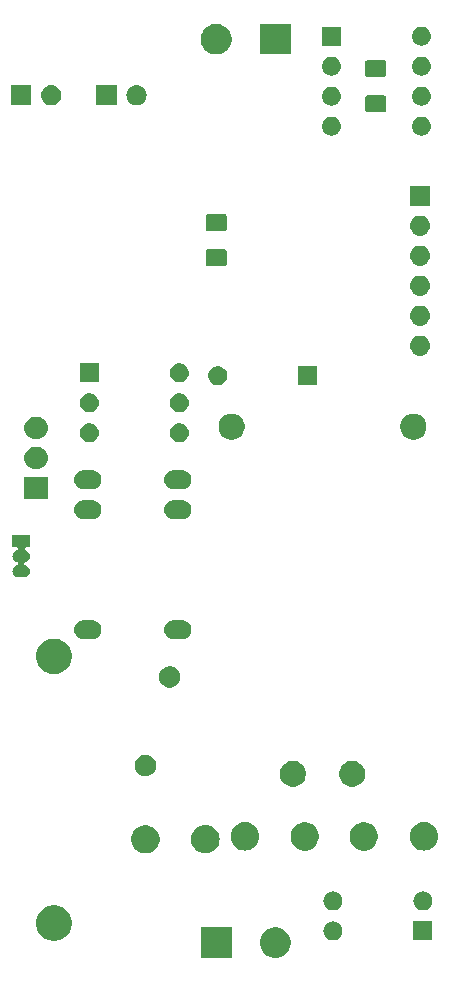
<source format=gbs>
G04 #@! TF.GenerationSoftware,KiCad,Pcbnew,(5.0.1-3-g963ef8bb5)*
G04 #@! TF.CreationDate,2018-11-25T11:10:42+01:00*
G04 #@! TF.ProjectId,Dimmer 2.0,44696D6D657220322E302E6B69636164,rev?*
G04 #@! TF.SameCoordinates,Original*
G04 #@! TF.FileFunction,Soldermask,Bot*
G04 #@! TF.FilePolarity,Negative*
%FSLAX46Y46*%
G04 Gerber Fmt 4.6, Leading zero omitted, Abs format (unit mm)*
G04 Created by KiCad (PCBNEW (5.0.1-3-g963ef8bb5)) date zondag 25 november 2018 om 11:10:42*
%MOMM*%
%LPD*%
G01*
G04 APERTURE LIST*
%ADD10C,0.100000*%
G04 APERTURE END LIST*
D10*
G36*
X93879196Y-122749958D02*
X94115780Y-122847954D01*
X94328705Y-122990226D01*
X94509774Y-123171295D01*
X94652046Y-123384220D01*
X94750042Y-123620804D01*
X94800000Y-123871960D01*
X94800000Y-124128040D01*
X94750042Y-124379196D01*
X94652046Y-124615780D01*
X94509774Y-124828705D01*
X94328705Y-125009774D01*
X94115780Y-125152046D01*
X93879196Y-125250042D01*
X93628040Y-125300000D01*
X93371960Y-125300000D01*
X93120804Y-125250042D01*
X92884220Y-125152046D01*
X92671295Y-125009774D01*
X92490226Y-124828705D01*
X92347954Y-124615780D01*
X92249958Y-124379196D01*
X92200000Y-124128040D01*
X92200000Y-123871960D01*
X92249958Y-123620804D01*
X92347954Y-123384220D01*
X92490226Y-123171295D01*
X92671295Y-122990226D01*
X92884220Y-122847954D01*
X93120804Y-122749958D01*
X93371960Y-122700000D01*
X93628040Y-122700000D01*
X93879196Y-122749958D01*
X93879196Y-122749958D01*
G37*
G36*
X89800000Y-125300000D02*
X87200000Y-125300000D01*
X87200000Y-122700000D01*
X89800000Y-122700000D01*
X89800000Y-125300000D01*
X89800000Y-125300000D01*
G37*
G36*
X75090935Y-120888429D02*
X75187534Y-120907644D01*
X75460517Y-121020717D01*
X75702920Y-121182687D01*
X75706197Y-121184876D01*
X75915124Y-121393803D01*
X75915126Y-121393806D01*
X76079283Y-121639483D01*
X76192356Y-121912466D01*
X76250000Y-122202263D01*
X76250000Y-122497737D01*
X76192356Y-122787534D01*
X76169309Y-122843174D01*
X76079284Y-123060515D01*
X75915124Y-123306197D01*
X75706197Y-123515124D01*
X75706194Y-123515126D01*
X75460517Y-123679283D01*
X75187534Y-123792356D01*
X75090935Y-123811571D01*
X74897739Y-123850000D01*
X74602261Y-123850000D01*
X74409065Y-123811571D01*
X74312466Y-123792356D01*
X74039483Y-123679283D01*
X73793806Y-123515126D01*
X73793803Y-123515124D01*
X73584876Y-123306197D01*
X73420716Y-123060515D01*
X73330691Y-122843174D01*
X73307644Y-122787534D01*
X73250000Y-122497737D01*
X73250000Y-122202263D01*
X73307644Y-121912466D01*
X73420717Y-121639483D01*
X73584874Y-121393806D01*
X73584876Y-121393803D01*
X73793803Y-121184876D01*
X73797080Y-121182687D01*
X74039483Y-121020717D01*
X74312466Y-120907644D01*
X74409065Y-120888429D01*
X74602261Y-120850000D01*
X74897739Y-120850000D01*
X75090935Y-120888429D01*
X75090935Y-120888429D01*
G37*
G36*
X98497649Y-122207717D02*
X98536827Y-122211576D01*
X98612228Y-122234449D01*
X98687629Y-122257321D01*
X98826608Y-122331608D01*
X98948422Y-122431578D01*
X99048392Y-122553392D01*
X99122679Y-122692371D01*
X99168424Y-122843174D01*
X99183870Y-123000000D01*
X99168424Y-123156826D01*
X99122679Y-123307629D01*
X99048392Y-123446608D01*
X98948422Y-123568422D01*
X98826608Y-123668392D01*
X98687629Y-123742679D01*
X98612227Y-123765552D01*
X98536827Y-123788424D01*
X98497649Y-123792283D01*
X98419295Y-123800000D01*
X98340705Y-123800000D01*
X98262351Y-123792283D01*
X98223173Y-123788424D01*
X98147773Y-123765552D01*
X98072371Y-123742679D01*
X97933392Y-123668392D01*
X97811578Y-123568422D01*
X97711608Y-123446608D01*
X97637321Y-123307629D01*
X97591576Y-123156826D01*
X97576130Y-123000000D01*
X97591576Y-122843174D01*
X97637321Y-122692371D01*
X97711608Y-122553392D01*
X97811578Y-122431578D01*
X97933392Y-122331608D01*
X98072371Y-122257321D01*
X98147772Y-122234449D01*
X98223173Y-122211576D01*
X98262351Y-122207717D01*
X98340705Y-122200000D01*
X98419295Y-122200000D01*
X98497649Y-122207717D01*
X98497649Y-122207717D01*
G37*
G36*
X106800000Y-123800000D02*
X105200000Y-123800000D01*
X105200000Y-122200000D01*
X106800000Y-122200000D01*
X106800000Y-123800000D01*
X106800000Y-123800000D01*
G37*
G36*
X106117649Y-119667717D02*
X106156827Y-119671576D01*
X106232228Y-119694449D01*
X106307629Y-119717321D01*
X106446608Y-119791608D01*
X106568422Y-119891578D01*
X106668392Y-120013392D01*
X106742679Y-120152371D01*
X106788424Y-120303174D01*
X106803870Y-120460000D01*
X106788424Y-120616826D01*
X106742679Y-120767629D01*
X106668392Y-120906608D01*
X106568422Y-121028422D01*
X106446608Y-121128392D01*
X106307629Y-121202679D01*
X106232228Y-121225551D01*
X106156827Y-121248424D01*
X106117649Y-121252283D01*
X106039295Y-121260000D01*
X105960705Y-121260000D01*
X105882351Y-121252283D01*
X105843173Y-121248424D01*
X105767772Y-121225551D01*
X105692371Y-121202679D01*
X105553392Y-121128392D01*
X105431578Y-121028422D01*
X105331608Y-120906608D01*
X105257321Y-120767629D01*
X105211576Y-120616826D01*
X105196130Y-120460000D01*
X105211576Y-120303174D01*
X105257321Y-120152371D01*
X105331608Y-120013392D01*
X105431578Y-119891578D01*
X105553392Y-119791608D01*
X105692371Y-119717321D01*
X105767772Y-119694449D01*
X105843173Y-119671576D01*
X105882351Y-119667717D01*
X105960705Y-119660000D01*
X106039295Y-119660000D01*
X106117649Y-119667717D01*
X106117649Y-119667717D01*
G37*
G36*
X98497649Y-119667717D02*
X98536827Y-119671576D01*
X98612228Y-119694449D01*
X98687629Y-119717321D01*
X98826608Y-119791608D01*
X98948422Y-119891578D01*
X99048392Y-120013392D01*
X99122679Y-120152371D01*
X99168424Y-120303174D01*
X99183870Y-120460000D01*
X99168424Y-120616826D01*
X99122679Y-120767629D01*
X99048392Y-120906608D01*
X98948422Y-121028422D01*
X98826608Y-121128392D01*
X98687629Y-121202679D01*
X98612228Y-121225551D01*
X98536827Y-121248424D01*
X98497649Y-121252283D01*
X98419295Y-121260000D01*
X98340705Y-121260000D01*
X98262351Y-121252283D01*
X98223173Y-121248424D01*
X98147772Y-121225551D01*
X98072371Y-121202679D01*
X97933392Y-121128392D01*
X97811578Y-121028422D01*
X97711608Y-120906608D01*
X97637321Y-120767629D01*
X97591576Y-120616826D01*
X97576130Y-120460000D01*
X97591576Y-120303174D01*
X97637321Y-120152371D01*
X97711608Y-120013392D01*
X97811578Y-119891578D01*
X97933392Y-119791608D01*
X98072371Y-119717321D01*
X98147772Y-119694449D01*
X98223173Y-119671576D01*
X98262351Y-119667717D01*
X98340705Y-119660000D01*
X98419295Y-119660000D01*
X98497649Y-119667717D01*
X98497649Y-119667717D01*
G37*
G36*
X87674208Y-114053473D02*
X87815241Y-114067363D01*
X88041442Y-114135981D01*
X88041444Y-114135982D01*
X88041447Y-114135983D01*
X88249910Y-114247408D01*
X88432634Y-114397366D01*
X88582592Y-114580090D01*
X88694017Y-114788553D01*
X88694018Y-114788556D01*
X88694019Y-114788558D01*
X88762637Y-115014759D01*
X88785806Y-115250000D01*
X88762637Y-115485241D01*
X88694019Y-115711442D01*
X88694017Y-115711447D01*
X88582592Y-115919910D01*
X88432634Y-116102634D01*
X88249910Y-116252592D01*
X88041447Y-116364017D01*
X88041444Y-116364018D01*
X88041442Y-116364019D01*
X87815241Y-116432637D01*
X87674208Y-116446527D01*
X87638951Y-116450000D01*
X87521049Y-116450000D01*
X87485792Y-116446527D01*
X87344759Y-116432637D01*
X87118558Y-116364019D01*
X87118556Y-116364018D01*
X87118553Y-116364017D01*
X86910090Y-116252592D01*
X86727366Y-116102634D01*
X86577408Y-115919910D01*
X86465983Y-115711447D01*
X86465981Y-115711442D01*
X86397363Y-115485241D01*
X86374194Y-115250000D01*
X86397363Y-115014759D01*
X86465981Y-114788558D01*
X86465982Y-114788556D01*
X86465983Y-114788553D01*
X86577408Y-114580090D01*
X86727366Y-114397366D01*
X86910090Y-114247408D01*
X87118553Y-114135983D01*
X87118556Y-114135982D01*
X87118558Y-114135981D01*
X87344759Y-114067363D01*
X87485792Y-114053473D01*
X87521049Y-114050000D01*
X87638951Y-114050000D01*
X87674208Y-114053473D01*
X87674208Y-114053473D01*
G37*
G36*
X82850026Y-114096115D02*
X83068412Y-114186573D01*
X83264958Y-114317901D01*
X83432099Y-114485042D01*
X83563427Y-114681588D01*
X83653885Y-114899974D01*
X83700000Y-115131809D01*
X83700000Y-115368191D01*
X83653885Y-115600026D01*
X83563427Y-115818412D01*
X83432099Y-116014958D01*
X83264958Y-116182099D01*
X83068412Y-116313427D01*
X82850026Y-116403885D01*
X82618191Y-116450000D01*
X82381809Y-116450000D01*
X82149974Y-116403885D01*
X81931588Y-116313427D01*
X81735042Y-116182099D01*
X81567901Y-116014958D01*
X81436573Y-115818412D01*
X81346115Y-115600026D01*
X81300000Y-115368191D01*
X81300000Y-115131809D01*
X81346115Y-114899974D01*
X81436573Y-114681588D01*
X81567901Y-114485042D01*
X81735042Y-114317901D01*
X81931588Y-114186573D01*
X82149974Y-114096115D01*
X82381809Y-114050000D01*
X82618191Y-114050000D01*
X82850026Y-114096115D01*
X82850026Y-114096115D01*
G37*
G36*
X96350026Y-113846115D02*
X96568412Y-113936573D01*
X96764958Y-114067901D01*
X96932099Y-114235042D01*
X97063427Y-114431588D01*
X97153885Y-114649974D01*
X97200000Y-114881809D01*
X97200000Y-115118191D01*
X97153885Y-115350026D01*
X97063427Y-115568412D01*
X96932099Y-115764958D01*
X96764958Y-115932099D01*
X96568412Y-116063427D01*
X96350026Y-116153885D01*
X96118191Y-116200000D01*
X95881809Y-116200000D01*
X95649974Y-116153885D01*
X95431588Y-116063427D01*
X95235042Y-115932099D01*
X95067901Y-115764958D01*
X94936573Y-115568412D01*
X94846115Y-115350026D01*
X94800000Y-115118191D01*
X94800000Y-114881809D01*
X94846115Y-114649974D01*
X94936573Y-114431588D01*
X95067901Y-114235042D01*
X95235042Y-114067901D01*
X95431588Y-113936573D01*
X95649974Y-113846115D01*
X95881809Y-113800000D01*
X96118191Y-113800000D01*
X96350026Y-113846115D01*
X96350026Y-113846115D01*
G37*
G36*
X101350026Y-113846115D02*
X101568412Y-113936573D01*
X101764958Y-114067901D01*
X101932099Y-114235042D01*
X102063427Y-114431588D01*
X102153885Y-114649974D01*
X102200000Y-114881809D01*
X102200000Y-115118191D01*
X102153885Y-115350026D01*
X102063427Y-115568412D01*
X101932099Y-115764958D01*
X101764958Y-115932099D01*
X101568412Y-116063427D01*
X101350026Y-116153885D01*
X101118191Y-116200000D01*
X100881809Y-116200000D01*
X100649974Y-116153885D01*
X100431588Y-116063427D01*
X100235042Y-115932099D01*
X100067901Y-115764958D01*
X99936573Y-115568412D01*
X99846115Y-115350026D01*
X99800000Y-115118191D01*
X99800000Y-114881809D01*
X99846115Y-114649974D01*
X99936573Y-114431588D01*
X100067901Y-114235042D01*
X100235042Y-114067901D01*
X100431588Y-113936573D01*
X100649974Y-113846115D01*
X100881809Y-113800000D01*
X101118191Y-113800000D01*
X101350026Y-113846115D01*
X101350026Y-113846115D01*
G37*
G36*
X91014208Y-113803473D02*
X91155241Y-113817363D01*
X91381442Y-113885981D01*
X91381444Y-113885982D01*
X91381447Y-113885983D01*
X91589910Y-113997408D01*
X91772634Y-114147366D01*
X91922592Y-114330090D01*
X92034017Y-114538553D01*
X92034018Y-114538556D01*
X92034019Y-114538558D01*
X92102637Y-114764759D01*
X92125806Y-115000000D01*
X92102637Y-115235241D01*
X92034019Y-115461442D01*
X92034017Y-115461447D01*
X91922592Y-115669910D01*
X91772634Y-115852634D01*
X91589910Y-116002592D01*
X91381447Y-116114017D01*
X91381444Y-116114018D01*
X91381442Y-116114019D01*
X91155241Y-116182637D01*
X91014208Y-116196527D01*
X90978951Y-116200000D01*
X90861049Y-116200000D01*
X90825792Y-116196527D01*
X90684759Y-116182637D01*
X90458558Y-116114019D01*
X90458556Y-116114018D01*
X90458553Y-116114017D01*
X90250090Y-116002592D01*
X90067366Y-115852634D01*
X89917408Y-115669910D01*
X89805983Y-115461447D01*
X89805981Y-115461442D01*
X89737363Y-115235241D01*
X89714194Y-115000000D01*
X89737363Y-114764759D01*
X89805981Y-114538558D01*
X89805982Y-114538556D01*
X89805983Y-114538553D01*
X89917408Y-114330090D01*
X90067366Y-114147366D01*
X90250090Y-113997408D01*
X90458553Y-113885983D01*
X90458556Y-113885982D01*
X90458558Y-113885981D01*
X90684759Y-113817363D01*
X90825792Y-113803473D01*
X90861049Y-113800000D01*
X90978951Y-113800000D01*
X91014208Y-113803473D01*
X91014208Y-113803473D01*
G37*
G36*
X106174208Y-113803473D02*
X106315241Y-113817363D01*
X106541442Y-113885981D01*
X106541444Y-113885982D01*
X106541447Y-113885983D01*
X106749910Y-113997408D01*
X106932634Y-114147366D01*
X107082592Y-114330090D01*
X107194017Y-114538553D01*
X107194018Y-114538556D01*
X107194019Y-114538558D01*
X107262637Y-114764759D01*
X107285806Y-115000000D01*
X107262637Y-115235241D01*
X107194019Y-115461442D01*
X107194017Y-115461447D01*
X107082592Y-115669910D01*
X106932634Y-115852634D01*
X106749910Y-116002592D01*
X106541447Y-116114017D01*
X106541444Y-116114018D01*
X106541442Y-116114019D01*
X106315241Y-116182637D01*
X106174208Y-116196527D01*
X106138951Y-116200000D01*
X106021049Y-116200000D01*
X105985792Y-116196527D01*
X105844759Y-116182637D01*
X105618558Y-116114019D01*
X105618556Y-116114018D01*
X105618553Y-116114017D01*
X105410090Y-116002592D01*
X105227366Y-115852634D01*
X105077408Y-115669910D01*
X104965983Y-115461447D01*
X104965981Y-115461442D01*
X104897363Y-115235241D01*
X104874194Y-115000000D01*
X104897363Y-114764759D01*
X104965981Y-114538558D01*
X104965982Y-114538556D01*
X104965983Y-114538553D01*
X105077408Y-114330090D01*
X105227366Y-114147366D01*
X105410090Y-113997408D01*
X105618553Y-113885983D01*
X105618556Y-113885982D01*
X105618558Y-113885981D01*
X105844759Y-113817363D01*
X105985792Y-113803473D01*
X106021049Y-113800000D01*
X106138951Y-113800000D01*
X106174208Y-113803473D01*
X106174208Y-113803473D01*
G37*
G36*
X100320857Y-108642272D02*
X100521042Y-108725191D01*
X100701213Y-108845578D01*
X100854422Y-108998787D01*
X100854424Y-108998790D01*
X100854425Y-108998791D01*
X100914463Y-109088644D01*
X100974809Y-109178958D01*
X101057728Y-109379143D01*
X101100000Y-109591658D01*
X101100000Y-109808342D01*
X101057728Y-110020857D01*
X100974809Y-110221042D01*
X100854422Y-110401213D01*
X100701213Y-110554422D01*
X100521042Y-110674809D01*
X100320857Y-110757728D01*
X100108342Y-110800000D01*
X99891658Y-110800000D01*
X99679143Y-110757728D01*
X99478958Y-110674809D01*
X99298787Y-110554422D01*
X99145578Y-110401213D01*
X99025191Y-110221042D01*
X98942272Y-110020857D01*
X98900000Y-109808342D01*
X98900000Y-109591658D01*
X98942272Y-109379143D01*
X99025191Y-109178958D01*
X99085537Y-109088644D01*
X99145575Y-108998791D01*
X99145576Y-108998790D01*
X99145578Y-108998787D01*
X99298787Y-108845578D01*
X99478958Y-108725191D01*
X99679143Y-108642272D01*
X99891658Y-108600000D01*
X100108342Y-108600000D01*
X100320857Y-108642272D01*
X100320857Y-108642272D01*
G37*
G36*
X95320857Y-108642272D02*
X95521042Y-108725191D01*
X95701213Y-108845578D01*
X95854422Y-108998787D01*
X95854424Y-108998790D01*
X95854425Y-108998791D01*
X95914463Y-109088644D01*
X95974809Y-109178958D01*
X96057728Y-109379143D01*
X96100000Y-109591658D01*
X96100000Y-109808342D01*
X96057728Y-110020857D01*
X95974809Y-110221042D01*
X95854422Y-110401213D01*
X95701213Y-110554422D01*
X95521042Y-110674809D01*
X95320857Y-110757728D01*
X95108342Y-110800000D01*
X94891658Y-110800000D01*
X94679143Y-110757728D01*
X94478958Y-110674809D01*
X94298787Y-110554422D01*
X94145578Y-110401213D01*
X94025191Y-110221042D01*
X93942272Y-110020857D01*
X93900000Y-109808342D01*
X93900000Y-109591658D01*
X93942272Y-109379143D01*
X94025191Y-109178958D01*
X94085537Y-109088644D01*
X94145575Y-108998791D01*
X94145576Y-108998790D01*
X94145578Y-108998787D01*
X94298787Y-108845578D01*
X94478958Y-108725191D01*
X94679143Y-108642272D01*
X94891658Y-108600000D01*
X95108342Y-108600000D01*
X95320857Y-108642272D01*
X95320857Y-108642272D01*
G37*
G36*
X82762521Y-108134586D02*
X82926309Y-108202429D01*
X83073720Y-108300926D01*
X83199074Y-108426280D01*
X83297571Y-108573691D01*
X83365414Y-108737479D01*
X83400000Y-108911356D01*
X83400000Y-109088644D01*
X83365414Y-109262521D01*
X83297571Y-109426309D01*
X83199074Y-109573720D01*
X83073720Y-109699074D01*
X82926309Y-109797571D01*
X82762521Y-109865414D01*
X82588644Y-109900000D01*
X82411356Y-109900000D01*
X82237479Y-109865414D01*
X82073691Y-109797571D01*
X81926280Y-109699074D01*
X81800926Y-109573720D01*
X81702429Y-109426309D01*
X81634586Y-109262521D01*
X81600000Y-109088644D01*
X81600000Y-108911356D01*
X81634586Y-108737479D01*
X81702429Y-108573691D01*
X81800926Y-108426280D01*
X81926280Y-108300926D01*
X82073691Y-108202429D01*
X82237479Y-108134586D01*
X82411356Y-108100000D01*
X82588644Y-108100000D01*
X82762521Y-108134586D01*
X82762521Y-108134586D01*
G37*
G36*
X84812521Y-100634586D02*
X84976309Y-100702429D01*
X85123720Y-100800926D01*
X85249074Y-100926280D01*
X85347571Y-101073691D01*
X85415414Y-101237479D01*
X85450000Y-101411356D01*
X85450000Y-101588644D01*
X85415414Y-101762521D01*
X85347571Y-101926309D01*
X85249074Y-102073720D01*
X85123720Y-102199074D01*
X84976309Y-102297571D01*
X84812521Y-102365414D01*
X84638644Y-102400000D01*
X84461356Y-102400000D01*
X84287479Y-102365414D01*
X84123691Y-102297571D01*
X83976280Y-102199074D01*
X83850926Y-102073720D01*
X83752429Y-101926309D01*
X83684586Y-101762521D01*
X83650000Y-101588644D01*
X83650000Y-101411356D01*
X83684586Y-101237479D01*
X83752429Y-101073691D01*
X83850926Y-100926280D01*
X83976280Y-100800926D01*
X84123691Y-100702429D01*
X84287479Y-100634586D01*
X84461356Y-100600000D01*
X84638644Y-100600000D01*
X84812521Y-100634586D01*
X84812521Y-100634586D01*
G37*
G36*
X75090908Y-98288424D02*
X75187534Y-98307644D01*
X75460517Y-98420717D01*
X75702920Y-98582687D01*
X75706197Y-98584876D01*
X75915124Y-98793803D01*
X76079284Y-99039485D01*
X76192356Y-99312467D01*
X76250000Y-99602261D01*
X76250000Y-99897739D01*
X76192356Y-100187533D01*
X76079284Y-100460515D01*
X75915124Y-100706197D01*
X75706197Y-100915124D01*
X75706194Y-100915126D01*
X75460517Y-101079283D01*
X75187534Y-101192356D01*
X75090935Y-101211571D01*
X74897739Y-101250000D01*
X74602261Y-101250000D01*
X74409065Y-101211571D01*
X74312466Y-101192356D01*
X74039483Y-101079283D01*
X73793806Y-100915126D01*
X73793803Y-100915124D01*
X73584876Y-100706197D01*
X73420716Y-100460515D01*
X73307644Y-100187533D01*
X73250000Y-99897739D01*
X73250000Y-99602261D01*
X73307644Y-99312467D01*
X73420716Y-99039485D01*
X73584876Y-98793803D01*
X73793803Y-98584876D01*
X73797080Y-98582687D01*
X74039483Y-98420717D01*
X74312466Y-98307644D01*
X74409092Y-98288424D01*
X74602261Y-98250000D01*
X74897739Y-98250000D01*
X75090908Y-98288424D01*
X75090908Y-98288424D01*
G37*
G36*
X78097649Y-96707717D02*
X78136827Y-96711576D01*
X78212228Y-96734449D01*
X78287629Y-96757321D01*
X78426608Y-96831608D01*
X78548422Y-96931578D01*
X78648392Y-97053392D01*
X78722679Y-97192371D01*
X78768424Y-97343174D01*
X78783870Y-97500000D01*
X78768424Y-97656826D01*
X78722679Y-97807629D01*
X78648392Y-97946608D01*
X78548422Y-98068422D01*
X78426608Y-98168392D01*
X78287629Y-98242679D01*
X78212227Y-98265552D01*
X78136827Y-98288424D01*
X78097649Y-98292283D01*
X78019295Y-98300000D01*
X77240705Y-98300000D01*
X77162351Y-98292283D01*
X77123173Y-98288424D01*
X77047773Y-98265552D01*
X76972371Y-98242679D01*
X76833392Y-98168392D01*
X76711578Y-98068422D01*
X76611608Y-97946608D01*
X76537321Y-97807629D01*
X76491576Y-97656826D01*
X76476130Y-97500000D01*
X76491576Y-97343174D01*
X76537321Y-97192371D01*
X76611608Y-97053392D01*
X76711578Y-96931578D01*
X76833392Y-96831608D01*
X76972371Y-96757321D01*
X77047772Y-96734449D01*
X77123173Y-96711576D01*
X77162351Y-96707717D01*
X77240705Y-96700000D01*
X78019295Y-96700000D01*
X78097649Y-96707717D01*
X78097649Y-96707717D01*
G37*
G36*
X85717649Y-96707717D02*
X85756827Y-96711576D01*
X85832228Y-96734449D01*
X85907629Y-96757321D01*
X86046608Y-96831608D01*
X86168422Y-96931578D01*
X86268392Y-97053392D01*
X86342679Y-97192371D01*
X86388424Y-97343174D01*
X86403870Y-97500000D01*
X86388424Y-97656826D01*
X86342679Y-97807629D01*
X86268392Y-97946608D01*
X86168422Y-98068422D01*
X86046608Y-98168392D01*
X85907629Y-98242679D01*
X85832227Y-98265552D01*
X85756827Y-98288424D01*
X85717649Y-98292283D01*
X85639295Y-98300000D01*
X84860705Y-98300000D01*
X84782351Y-98292283D01*
X84743173Y-98288424D01*
X84667773Y-98265552D01*
X84592371Y-98242679D01*
X84453392Y-98168392D01*
X84331578Y-98068422D01*
X84231608Y-97946608D01*
X84157321Y-97807629D01*
X84111576Y-97656826D01*
X84096130Y-97500000D01*
X84111576Y-97343174D01*
X84157321Y-97192371D01*
X84231608Y-97053392D01*
X84331578Y-96931578D01*
X84453392Y-96831608D01*
X84592371Y-96757321D01*
X84667772Y-96734449D01*
X84743173Y-96711576D01*
X84782351Y-96707717D01*
X84860705Y-96700000D01*
X85639295Y-96700000D01*
X85717649Y-96707717D01*
X85717649Y-96707717D01*
G37*
G36*
X72750000Y-90525000D02*
X72420314Y-90525000D01*
X72395928Y-90527402D01*
X72372479Y-90534515D01*
X72350868Y-90546066D01*
X72331926Y-90561612D01*
X72316380Y-90580554D01*
X72304829Y-90602165D01*
X72297716Y-90625614D01*
X72295314Y-90650000D01*
X72297716Y-90674386D01*
X72304829Y-90697835D01*
X72316380Y-90719446D01*
X72331926Y-90738388D01*
X72350868Y-90753934D01*
X72372479Y-90765485D01*
X72384029Y-90769618D01*
X72426882Y-90782617D01*
X72475632Y-90808675D01*
X72518086Y-90831367D01*
X72518088Y-90831368D01*
X72518087Y-90831368D01*
X72598027Y-90896973D01*
X72663632Y-90976913D01*
X72712382Y-91068117D01*
X72742404Y-91167086D01*
X72752540Y-91270000D01*
X72742404Y-91372914D01*
X72742403Y-91372917D01*
X72742403Y-91372918D01*
X72712383Y-91471881D01*
X72663633Y-91563086D01*
X72598027Y-91643027D01*
X72518086Y-91708633D01*
X72426881Y-91757383D01*
X72334580Y-91785382D01*
X72311941Y-91794760D01*
X72291567Y-91808374D01*
X72274240Y-91825701D01*
X72260626Y-91846075D01*
X72251248Y-91868714D01*
X72246468Y-91892748D01*
X72246468Y-91917252D01*
X72251248Y-91941286D01*
X72260626Y-91963925D01*
X72274240Y-91984299D01*
X72291567Y-92001626D01*
X72311941Y-92015240D01*
X72334579Y-92024618D01*
X72426881Y-92052617D01*
X72518086Y-92101367D01*
X72518088Y-92101368D01*
X72518087Y-92101368D01*
X72598027Y-92166973D01*
X72663632Y-92246913D01*
X72712382Y-92338117D01*
X72742404Y-92437086D01*
X72752540Y-92540000D01*
X72742404Y-92642914D01*
X72742403Y-92642917D01*
X72742403Y-92642918D01*
X72712383Y-92741881D01*
X72663633Y-92833086D01*
X72598027Y-92913027D01*
X72518086Y-92978633D01*
X72426881Y-93027383D01*
X72327918Y-93057403D01*
X72327917Y-93057403D01*
X72327914Y-93057404D01*
X72250792Y-93065000D01*
X71749208Y-93065000D01*
X71672086Y-93057404D01*
X71672083Y-93057403D01*
X71672082Y-93057403D01*
X71573119Y-93027383D01*
X71481914Y-92978633D01*
X71401973Y-92913027D01*
X71336367Y-92833086D01*
X71287617Y-92741881D01*
X71257597Y-92642918D01*
X71257597Y-92642917D01*
X71257596Y-92642914D01*
X71247460Y-92540000D01*
X71257596Y-92437086D01*
X71287618Y-92338117D01*
X71336368Y-92246913D01*
X71401973Y-92166973D01*
X71481913Y-92101368D01*
X71481912Y-92101368D01*
X71481914Y-92101367D01*
X71573119Y-92052617D01*
X71665421Y-92024618D01*
X71688059Y-92015240D01*
X71708433Y-92001626D01*
X71725760Y-91984299D01*
X71739374Y-91963925D01*
X71748752Y-91941286D01*
X71753532Y-91917252D01*
X71753532Y-91892748D01*
X71748752Y-91868714D01*
X71739374Y-91846075D01*
X71725760Y-91825701D01*
X71708433Y-91808374D01*
X71688059Y-91794760D01*
X71665420Y-91785382D01*
X71573119Y-91757383D01*
X71481914Y-91708633D01*
X71401973Y-91643027D01*
X71336367Y-91563086D01*
X71287617Y-91471881D01*
X71257597Y-91372918D01*
X71257597Y-91372917D01*
X71257596Y-91372914D01*
X71247460Y-91270000D01*
X71257596Y-91167086D01*
X71287618Y-91068117D01*
X71336368Y-90976913D01*
X71401973Y-90896973D01*
X71481913Y-90831368D01*
X71481912Y-90831368D01*
X71481914Y-90831367D01*
X71524368Y-90808675D01*
X71573118Y-90782617D01*
X71615971Y-90769618D01*
X71638611Y-90760240D01*
X71658985Y-90746626D01*
X71676312Y-90729299D01*
X71689926Y-90708925D01*
X71699304Y-90686286D01*
X71704084Y-90662252D01*
X71704084Y-90637748D01*
X71699304Y-90613715D01*
X71689926Y-90591075D01*
X71676312Y-90570701D01*
X71658985Y-90553374D01*
X71638611Y-90539760D01*
X71615972Y-90530382D01*
X71591938Y-90525602D01*
X71579686Y-90525000D01*
X71250000Y-90525000D01*
X71250000Y-89475000D01*
X72750000Y-89475000D01*
X72750000Y-90525000D01*
X72750000Y-90525000D01*
G37*
G36*
X85717649Y-86547717D02*
X85756827Y-86551576D01*
X85832228Y-86574449D01*
X85907629Y-86597321D01*
X86046608Y-86671608D01*
X86168422Y-86771578D01*
X86268392Y-86893392D01*
X86342679Y-87032371D01*
X86388424Y-87183174D01*
X86403870Y-87340000D01*
X86388424Y-87496826D01*
X86342679Y-87647629D01*
X86268392Y-87786608D01*
X86168422Y-87908422D01*
X86046608Y-88008392D01*
X85907629Y-88082679D01*
X85832227Y-88105552D01*
X85756827Y-88128424D01*
X85717649Y-88132283D01*
X85639295Y-88140000D01*
X84860705Y-88140000D01*
X84782351Y-88132283D01*
X84743173Y-88128424D01*
X84667773Y-88105552D01*
X84592371Y-88082679D01*
X84453392Y-88008392D01*
X84331578Y-87908422D01*
X84231608Y-87786608D01*
X84157321Y-87647629D01*
X84111576Y-87496826D01*
X84096130Y-87340000D01*
X84111576Y-87183174D01*
X84157321Y-87032371D01*
X84231608Y-86893392D01*
X84331578Y-86771578D01*
X84453392Y-86671608D01*
X84592371Y-86597321D01*
X84667772Y-86574449D01*
X84743173Y-86551576D01*
X84782351Y-86547717D01*
X84860705Y-86540000D01*
X85639295Y-86540000D01*
X85717649Y-86547717D01*
X85717649Y-86547717D01*
G37*
G36*
X78097649Y-86547717D02*
X78136827Y-86551576D01*
X78212228Y-86574449D01*
X78287629Y-86597321D01*
X78426608Y-86671608D01*
X78548422Y-86771578D01*
X78648392Y-86893392D01*
X78722679Y-87032371D01*
X78768424Y-87183174D01*
X78783870Y-87340000D01*
X78768424Y-87496826D01*
X78722679Y-87647629D01*
X78648392Y-87786608D01*
X78548422Y-87908422D01*
X78426608Y-88008392D01*
X78287629Y-88082679D01*
X78212227Y-88105552D01*
X78136827Y-88128424D01*
X78097649Y-88132283D01*
X78019295Y-88140000D01*
X77240705Y-88140000D01*
X77162351Y-88132283D01*
X77123173Y-88128424D01*
X77047773Y-88105552D01*
X76972371Y-88082679D01*
X76833392Y-88008392D01*
X76711578Y-87908422D01*
X76611608Y-87786608D01*
X76537321Y-87647629D01*
X76491576Y-87496826D01*
X76476130Y-87340000D01*
X76491576Y-87183174D01*
X76537321Y-87032371D01*
X76611608Y-86893392D01*
X76711578Y-86771578D01*
X76833392Y-86671608D01*
X76972371Y-86597321D01*
X77047772Y-86574449D01*
X77123173Y-86551576D01*
X77162351Y-86547717D01*
X77240705Y-86540000D01*
X78019295Y-86540000D01*
X78097649Y-86547717D01*
X78097649Y-86547717D01*
G37*
G36*
X74250000Y-86452500D02*
X72250000Y-86452500D01*
X72250000Y-84547500D01*
X74250000Y-84547500D01*
X74250000Y-86452500D01*
X74250000Y-86452500D01*
G37*
G36*
X85717649Y-84007717D02*
X85756827Y-84011576D01*
X85832228Y-84034449D01*
X85907629Y-84057321D01*
X86046608Y-84131608D01*
X86168422Y-84231578D01*
X86268392Y-84353392D01*
X86342679Y-84492371D01*
X86388424Y-84643174D01*
X86403870Y-84800000D01*
X86388424Y-84956826D01*
X86342679Y-85107629D01*
X86268392Y-85246608D01*
X86168422Y-85368422D01*
X86046608Y-85468392D01*
X85907629Y-85542679D01*
X85832228Y-85565551D01*
X85756827Y-85588424D01*
X85717649Y-85592283D01*
X85639295Y-85600000D01*
X84860705Y-85600000D01*
X84782351Y-85592283D01*
X84743173Y-85588424D01*
X84667772Y-85565551D01*
X84592371Y-85542679D01*
X84453392Y-85468392D01*
X84331578Y-85368422D01*
X84231608Y-85246608D01*
X84157321Y-85107629D01*
X84111576Y-84956826D01*
X84096130Y-84800000D01*
X84111576Y-84643174D01*
X84157321Y-84492371D01*
X84231608Y-84353392D01*
X84331578Y-84231578D01*
X84453392Y-84131608D01*
X84592371Y-84057321D01*
X84667772Y-84034449D01*
X84743173Y-84011576D01*
X84782351Y-84007717D01*
X84860705Y-84000000D01*
X85639295Y-84000000D01*
X85717649Y-84007717D01*
X85717649Y-84007717D01*
G37*
G36*
X78097649Y-84007717D02*
X78136827Y-84011576D01*
X78212228Y-84034449D01*
X78287629Y-84057321D01*
X78426608Y-84131608D01*
X78548422Y-84231578D01*
X78648392Y-84353392D01*
X78722679Y-84492371D01*
X78768424Y-84643174D01*
X78783870Y-84800000D01*
X78768424Y-84956826D01*
X78722679Y-85107629D01*
X78648392Y-85246608D01*
X78548422Y-85368422D01*
X78426608Y-85468392D01*
X78287629Y-85542679D01*
X78212228Y-85565551D01*
X78136827Y-85588424D01*
X78097649Y-85592283D01*
X78019295Y-85600000D01*
X77240705Y-85600000D01*
X77162351Y-85592283D01*
X77123173Y-85588424D01*
X77047772Y-85565551D01*
X76972371Y-85542679D01*
X76833392Y-85468392D01*
X76711578Y-85368422D01*
X76611608Y-85246608D01*
X76537321Y-85107629D01*
X76491576Y-84956826D01*
X76476130Y-84800000D01*
X76491576Y-84643174D01*
X76537321Y-84492371D01*
X76611608Y-84353392D01*
X76711578Y-84231578D01*
X76833392Y-84131608D01*
X76972371Y-84057321D01*
X77047772Y-84034449D01*
X77123173Y-84011576D01*
X77162351Y-84007717D01*
X77240705Y-84000000D01*
X78019295Y-84000000D01*
X78097649Y-84007717D01*
X78097649Y-84007717D01*
G37*
G36*
X73484224Y-82021282D02*
X73663769Y-82075747D01*
X73829241Y-82164193D01*
X73974278Y-82283222D01*
X74093307Y-82428259D01*
X74181753Y-82593731D01*
X74236218Y-82773276D01*
X74254608Y-82960000D01*
X74236218Y-83146724D01*
X74181753Y-83326269D01*
X74093307Y-83491741D01*
X73974278Y-83636778D01*
X73829241Y-83755807D01*
X73663769Y-83844253D01*
X73484224Y-83898718D01*
X73344289Y-83912500D01*
X73155711Y-83912500D01*
X73015776Y-83898718D01*
X72836231Y-83844253D01*
X72670759Y-83755807D01*
X72525722Y-83636778D01*
X72406693Y-83491741D01*
X72318247Y-83326269D01*
X72263782Y-83146724D01*
X72245392Y-82960000D01*
X72263782Y-82773276D01*
X72318247Y-82593731D01*
X72406693Y-82428259D01*
X72525722Y-82283222D01*
X72670759Y-82164193D01*
X72836231Y-82075747D01*
X73015776Y-82021282D01*
X73155711Y-82007500D01*
X73344289Y-82007500D01*
X73484224Y-82021282D01*
X73484224Y-82021282D01*
G37*
G36*
X85487649Y-80037717D02*
X85526827Y-80041576D01*
X85602228Y-80064449D01*
X85677629Y-80087321D01*
X85816608Y-80161608D01*
X85938422Y-80261578D01*
X86038392Y-80383392D01*
X86112679Y-80522371D01*
X86158424Y-80673174D01*
X86173870Y-80830000D01*
X86158424Y-80986826D01*
X86112679Y-81137629D01*
X86038392Y-81276608D01*
X85938422Y-81398422D01*
X85816608Y-81498392D01*
X85677629Y-81572679D01*
X85602228Y-81595551D01*
X85526827Y-81618424D01*
X85487649Y-81622283D01*
X85409295Y-81630000D01*
X85330705Y-81630000D01*
X85252351Y-81622283D01*
X85213173Y-81618424D01*
X85137772Y-81595551D01*
X85062371Y-81572679D01*
X84923392Y-81498392D01*
X84801578Y-81398422D01*
X84701608Y-81276608D01*
X84627321Y-81137629D01*
X84581576Y-80986826D01*
X84566130Y-80830000D01*
X84581576Y-80673174D01*
X84627321Y-80522371D01*
X84701608Y-80383392D01*
X84801578Y-80261578D01*
X84923392Y-80161608D01*
X85062371Y-80087321D01*
X85137772Y-80064449D01*
X85213173Y-80041576D01*
X85252351Y-80037717D01*
X85330705Y-80030000D01*
X85409295Y-80030000D01*
X85487649Y-80037717D01*
X85487649Y-80037717D01*
G37*
G36*
X77867649Y-80037717D02*
X77906827Y-80041576D01*
X77982228Y-80064449D01*
X78057629Y-80087321D01*
X78196608Y-80161608D01*
X78318422Y-80261578D01*
X78418392Y-80383392D01*
X78492679Y-80522371D01*
X78538424Y-80673174D01*
X78553870Y-80830000D01*
X78538424Y-80986826D01*
X78492679Y-81137629D01*
X78418392Y-81276608D01*
X78318422Y-81398422D01*
X78196608Y-81498392D01*
X78057629Y-81572679D01*
X77982228Y-81595551D01*
X77906827Y-81618424D01*
X77867649Y-81622283D01*
X77789295Y-81630000D01*
X77710705Y-81630000D01*
X77632351Y-81622283D01*
X77593173Y-81618424D01*
X77517772Y-81595551D01*
X77442371Y-81572679D01*
X77303392Y-81498392D01*
X77181578Y-81398422D01*
X77081608Y-81276608D01*
X77007321Y-81137629D01*
X76961576Y-80986826D01*
X76946130Y-80830000D01*
X76961576Y-80673174D01*
X77007321Y-80522371D01*
X77081608Y-80383392D01*
X77181578Y-80261578D01*
X77303392Y-80161608D01*
X77442371Y-80087321D01*
X77517772Y-80064449D01*
X77593173Y-80041576D01*
X77632351Y-80037717D01*
X77710705Y-80030000D01*
X77789295Y-80030000D01*
X77867649Y-80037717D01*
X77867649Y-80037717D01*
G37*
G36*
X105520857Y-79242272D02*
X105721042Y-79325191D01*
X105901213Y-79445578D01*
X106054422Y-79598787D01*
X106054424Y-79598790D01*
X106054425Y-79598791D01*
X106150931Y-79743222D01*
X106174809Y-79778958D01*
X106257728Y-79979143D01*
X106300000Y-80191658D01*
X106300000Y-80408342D01*
X106257728Y-80620857D01*
X106174809Y-80821042D01*
X106174807Y-80821045D01*
X106064035Y-80986827D01*
X106054422Y-81001213D01*
X105901213Y-81154422D01*
X105901210Y-81154424D01*
X105901209Y-81154425D01*
X105721045Y-81274807D01*
X105721042Y-81274809D01*
X105520857Y-81357728D01*
X105308342Y-81400000D01*
X105091658Y-81400000D01*
X104879143Y-81357728D01*
X104678958Y-81274809D01*
X104678955Y-81274807D01*
X104498791Y-81154425D01*
X104498790Y-81154424D01*
X104498787Y-81154422D01*
X104345578Y-81001213D01*
X104335966Y-80986827D01*
X104225193Y-80821045D01*
X104225191Y-80821042D01*
X104142272Y-80620857D01*
X104100000Y-80408342D01*
X104100000Y-80191658D01*
X104142272Y-79979143D01*
X104225191Y-79778958D01*
X104249069Y-79743222D01*
X104345575Y-79598791D01*
X104345576Y-79598790D01*
X104345578Y-79598787D01*
X104498787Y-79445578D01*
X104678958Y-79325191D01*
X104879143Y-79242272D01*
X105091658Y-79200000D01*
X105308342Y-79200000D01*
X105520857Y-79242272D01*
X105520857Y-79242272D01*
G37*
G36*
X90120857Y-79242272D02*
X90321042Y-79325191D01*
X90501213Y-79445578D01*
X90654422Y-79598787D01*
X90654424Y-79598790D01*
X90654425Y-79598791D01*
X90750931Y-79743222D01*
X90774809Y-79778958D01*
X90857728Y-79979143D01*
X90900000Y-80191658D01*
X90900000Y-80408342D01*
X90857728Y-80620857D01*
X90774809Y-80821042D01*
X90774807Y-80821045D01*
X90664035Y-80986827D01*
X90654422Y-81001213D01*
X90501213Y-81154422D01*
X90501210Y-81154424D01*
X90501209Y-81154425D01*
X90321045Y-81274807D01*
X90321042Y-81274809D01*
X90120857Y-81357728D01*
X89908342Y-81400000D01*
X89691658Y-81400000D01*
X89479143Y-81357728D01*
X89278958Y-81274809D01*
X89278955Y-81274807D01*
X89098791Y-81154425D01*
X89098790Y-81154424D01*
X89098787Y-81154422D01*
X88945578Y-81001213D01*
X88935966Y-80986827D01*
X88825193Y-80821045D01*
X88825191Y-80821042D01*
X88742272Y-80620857D01*
X88700000Y-80408342D01*
X88700000Y-80191658D01*
X88742272Y-79979143D01*
X88825191Y-79778958D01*
X88849069Y-79743222D01*
X88945575Y-79598791D01*
X88945576Y-79598790D01*
X88945578Y-79598787D01*
X89098787Y-79445578D01*
X89278958Y-79325191D01*
X89479143Y-79242272D01*
X89691658Y-79200000D01*
X89908342Y-79200000D01*
X90120857Y-79242272D01*
X90120857Y-79242272D01*
G37*
G36*
X73484224Y-79481282D02*
X73663769Y-79535747D01*
X73829241Y-79624193D01*
X73974278Y-79743222D01*
X74093307Y-79888259D01*
X74181753Y-80053731D01*
X74236218Y-80233276D01*
X74254608Y-80420000D01*
X74236218Y-80606724D01*
X74181753Y-80786269D01*
X74093307Y-80951741D01*
X73974278Y-81096778D01*
X73829241Y-81215807D01*
X73663769Y-81304253D01*
X73484224Y-81358718D01*
X73344289Y-81372500D01*
X73155711Y-81372500D01*
X73015776Y-81358718D01*
X72836231Y-81304253D01*
X72670759Y-81215807D01*
X72525722Y-81096778D01*
X72406693Y-80951741D01*
X72318247Y-80786269D01*
X72263782Y-80606724D01*
X72245392Y-80420000D01*
X72263782Y-80233276D01*
X72318247Y-80053731D01*
X72406693Y-79888259D01*
X72525722Y-79743222D01*
X72670759Y-79624193D01*
X72836231Y-79535747D01*
X73015776Y-79481282D01*
X73155711Y-79467500D01*
X73344289Y-79467500D01*
X73484224Y-79481282D01*
X73484224Y-79481282D01*
G37*
G36*
X85487649Y-77497717D02*
X85526827Y-77501576D01*
X85602227Y-77524448D01*
X85677629Y-77547321D01*
X85816608Y-77621608D01*
X85938422Y-77721578D01*
X86038392Y-77843392D01*
X86112679Y-77982371D01*
X86158424Y-78133174D01*
X86173870Y-78290000D01*
X86158424Y-78446826D01*
X86112679Y-78597629D01*
X86038392Y-78736608D01*
X85938422Y-78858422D01*
X85816608Y-78958392D01*
X85677629Y-79032679D01*
X85602227Y-79055552D01*
X85526827Y-79078424D01*
X85487649Y-79082283D01*
X85409295Y-79090000D01*
X85330705Y-79090000D01*
X85252351Y-79082283D01*
X85213173Y-79078424D01*
X85137773Y-79055552D01*
X85062371Y-79032679D01*
X84923392Y-78958392D01*
X84801578Y-78858422D01*
X84701608Y-78736608D01*
X84627321Y-78597629D01*
X84581576Y-78446826D01*
X84566130Y-78290000D01*
X84581576Y-78133174D01*
X84627321Y-77982371D01*
X84701608Y-77843392D01*
X84801578Y-77721578D01*
X84923392Y-77621608D01*
X85062371Y-77547321D01*
X85137772Y-77524449D01*
X85213173Y-77501576D01*
X85252351Y-77497717D01*
X85330705Y-77490000D01*
X85409295Y-77490000D01*
X85487649Y-77497717D01*
X85487649Y-77497717D01*
G37*
G36*
X77867649Y-77497717D02*
X77906827Y-77501576D01*
X77982227Y-77524448D01*
X78057629Y-77547321D01*
X78196608Y-77621608D01*
X78318422Y-77721578D01*
X78418392Y-77843392D01*
X78492679Y-77982371D01*
X78538424Y-78133174D01*
X78553870Y-78290000D01*
X78538424Y-78446826D01*
X78492679Y-78597629D01*
X78418392Y-78736608D01*
X78318422Y-78858422D01*
X78196608Y-78958392D01*
X78057629Y-79032679D01*
X77982227Y-79055552D01*
X77906827Y-79078424D01*
X77867649Y-79082283D01*
X77789295Y-79090000D01*
X77710705Y-79090000D01*
X77632351Y-79082283D01*
X77593173Y-79078424D01*
X77517773Y-79055552D01*
X77442371Y-79032679D01*
X77303392Y-78958392D01*
X77181578Y-78858422D01*
X77081608Y-78736608D01*
X77007321Y-78597629D01*
X76961576Y-78446826D01*
X76946130Y-78290000D01*
X76961576Y-78133174D01*
X77007321Y-77982371D01*
X77081608Y-77843392D01*
X77181578Y-77721578D01*
X77303392Y-77621608D01*
X77442371Y-77547321D01*
X77517772Y-77524449D01*
X77593173Y-77501576D01*
X77632351Y-77497717D01*
X77710705Y-77490000D01*
X77789295Y-77490000D01*
X77867649Y-77497717D01*
X77867649Y-77497717D01*
G37*
G36*
X88747649Y-75207717D02*
X88786827Y-75211576D01*
X88862227Y-75234448D01*
X88937629Y-75257321D01*
X89076608Y-75331608D01*
X89198422Y-75431578D01*
X89298392Y-75553392D01*
X89372679Y-75692371D01*
X89372679Y-75692372D01*
X89418424Y-75843173D01*
X89433870Y-76000000D01*
X89418424Y-76156827D01*
X89395552Y-76232227D01*
X89372679Y-76307629D01*
X89298392Y-76446608D01*
X89198422Y-76568422D01*
X89076608Y-76668392D01*
X88937629Y-76742679D01*
X88862228Y-76765551D01*
X88786827Y-76788424D01*
X88747649Y-76792283D01*
X88669295Y-76800000D01*
X88590705Y-76800000D01*
X88512351Y-76792283D01*
X88473173Y-76788424D01*
X88397773Y-76765552D01*
X88322371Y-76742679D01*
X88183392Y-76668392D01*
X88061578Y-76568422D01*
X87961608Y-76446608D01*
X87887321Y-76307629D01*
X87864448Y-76232227D01*
X87841576Y-76156827D01*
X87826130Y-76000000D01*
X87841576Y-75843173D01*
X87887321Y-75692372D01*
X87887321Y-75692371D01*
X87961608Y-75553392D01*
X88061578Y-75431578D01*
X88183392Y-75331608D01*
X88322371Y-75257321D01*
X88397773Y-75234448D01*
X88473173Y-75211576D01*
X88512351Y-75207717D01*
X88590705Y-75200000D01*
X88669295Y-75200000D01*
X88747649Y-75207717D01*
X88747649Y-75207717D01*
G37*
G36*
X97050000Y-76800000D02*
X95450000Y-76800000D01*
X95450000Y-75200000D01*
X97050000Y-75200000D01*
X97050000Y-76800000D01*
X97050000Y-76800000D01*
G37*
G36*
X85487649Y-74957717D02*
X85526827Y-74961576D01*
X85602228Y-74984449D01*
X85677629Y-75007321D01*
X85816608Y-75081608D01*
X85938422Y-75181578D01*
X86038392Y-75303392D01*
X86112679Y-75442371D01*
X86112679Y-75442372D01*
X86146357Y-75553392D01*
X86158424Y-75593174D01*
X86173870Y-75750000D01*
X86158424Y-75906826D01*
X86112679Y-76057629D01*
X86038392Y-76196608D01*
X85938422Y-76318422D01*
X85816608Y-76418392D01*
X85677629Y-76492679D01*
X85602227Y-76515552D01*
X85526827Y-76538424D01*
X85487649Y-76542283D01*
X85409295Y-76550000D01*
X85330705Y-76550000D01*
X85252351Y-76542283D01*
X85213173Y-76538424D01*
X85137773Y-76515552D01*
X85062371Y-76492679D01*
X84923392Y-76418392D01*
X84801578Y-76318422D01*
X84701608Y-76196608D01*
X84627321Y-76057629D01*
X84581576Y-75906826D01*
X84566130Y-75750000D01*
X84581576Y-75593174D01*
X84593644Y-75553392D01*
X84627321Y-75442372D01*
X84627321Y-75442371D01*
X84701608Y-75303392D01*
X84801578Y-75181578D01*
X84923392Y-75081608D01*
X85062371Y-75007321D01*
X85137772Y-74984449D01*
X85213173Y-74961576D01*
X85252351Y-74957717D01*
X85330705Y-74950000D01*
X85409295Y-74950000D01*
X85487649Y-74957717D01*
X85487649Y-74957717D01*
G37*
G36*
X78550000Y-76550000D02*
X76950000Y-76550000D01*
X76950000Y-74950000D01*
X78550000Y-74950000D01*
X78550000Y-76550000D01*
X78550000Y-76550000D01*
G37*
G36*
X105916630Y-72612299D02*
X106076855Y-72660903D01*
X106224520Y-72739831D01*
X106353949Y-72846051D01*
X106460169Y-72975480D01*
X106539097Y-73123145D01*
X106587701Y-73283370D01*
X106604112Y-73450000D01*
X106587701Y-73616630D01*
X106539097Y-73776855D01*
X106460169Y-73924520D01*
X106353949Y-74053949D01*
X106224520Y-74160169D01*
X106076855Y-74239097D01*
X105916630Y-74287701D01*
X105791752Y-74300000D01*
X105708248Y-74300000D01*
X105583370Y-74287701D01*
X105423145Y-74239097D01*
X105275480Y-74160169D01*
X105146051Y-74053949D01*
X105039831Y-73924520D01*
X104960903Y-73776855D01*
X104912299Y-73616630D01*
X104895888Y-73450000D01*
X104912299Y-73283370D01*
X104960903Y-73123145D01*
X105039831Y-72975480D01*
X105146051Y-72846051D01*
X105275480Y-72739831D01*
X105423145Y-72660903D01*
X105583370Y-72612299D01*
X105708248Y-72600000D01*
X105791752Y-72600000D01*
X105916630Y-72612299D01*
X105916630Y-72612299D01*
G37*
G36*
X105916630Y-70072299D02*
X106076855Y-70120903D01*
X106224520Y-70199831D01*
X106353949Y-70306051D01*
X106460169Y-70435480D01*
X106539097Y-70583145D01*
X106587701Y-70743370D01*
X106604112Y-70910000D01*
X106587701Y-71076630D01*
X106539097Y-71236855D01*
X106460169Y-71384520D01*
X106353949Y-71513949D01*
X106224520Y-71620169D01*
X106076855Y-71699097D01*
X105916630Y-71747701D01*
X105791752Y-71760000D01*
X105708248Y-71760000D01*
X105583370Y-71747701D01*
X105423145Y-71699097D01*
X105275480Y-71620169D01*
X105146051Y-71513949D01*
X105039831Y-71384520D01*
X104960903Y-71236855D01*
X104912299Y-71076630D01*
X104895888Y-70910000D01*
X104912299Y-70743370D01*
X104960903Y-70583145D01*
X105039831Y-70435480D01*
X105146051Y-70306051D01*
X105275480Y-70199831D01*
X105423145Y-70120903D01*
X105583370Y-70072299D01*
X105708248Y-70060000D01*
X105791752Y-70060000D01*
X105916630Y-70072299D01*
X105916630Y-70072299D01*
G37*
G36*
X105916630Y-67532299D02*
X106076855Y-67580903D01*
X106224520Y-67659831D01*
X106353949Y-67766051D01*
X106460169Y-67895480D01*
X106539097Y-68043145D01*
X106587701Y-68203370D01*
X106604112Y-68370000D01*
X106587701Y-68536630D01*
X106539097Y-68696855D01*
X106460169Y-68844520D01*
X106353949Y-68973949D01*
X106224520Y-69080169D01*
X106076855Y-69159097D01*
X105916630Y-69207701D01*
X105791752Y-69220000D01*
X105708248Y-69220000D01*
X105583370Y-69207701D01*
X105423145Y-69159097D01*
X105275480Y-69080169D01*
X105146051Y-68973949D01*
X105039831Y-68844520D01*
X104960903Y-68696855D01*
X104912299Y-68536630D01*
X104895888Y-68370000D01*
X104912299Y-68203370D01*
X104960903Y-68043145D01*
X105039831Y-67895480D01*
X105146051Y-67766051D01*
X105275480Y-67659831D01*
X105423145Y-67580903D01*
X105583370Y-67532299D01*
X105708248Y-67520000D01*
X105791752Y-67520000D01*
X105916630Y-67532299D01*
X105916630Y-67532299D01*
G37*
G36*
X89238964Y-65291337D02*
X89270528Y-65300912D01*
X89299617Y-65316460D01*
X89325114Y-65337386D01*
X89346040Y-65362883D01*
X89361588Y-65391972D01*
X89371163Y-65423536D01*
X89375000Y-65462498D01*
X89375000Y-66537502D01*
X89371163Y-66576464D01*
X89361588Y-66608028D01*
X89346040Y-66637117D01*
X89325114Y-66662614D01*
X89299617Y-66683540D01*
X89270528Y-66699088D01*
X89238964Y-66708663D01*
X89200002Y-66712500D01*
X87799998Y-66712500D01*
X87761036Y-66708663D01*
X87729472Y-66699088D01*
X87700383Y-66683540D01*
X87674886Y-66662614D01*
X87653960Y-66637117D01*
X87638412Y-66608028D01*
X87628837Y-66576464D01*
X87625000Y-66537502D01*
X87625000Y-65462498D01*
X87628837Y-65423536D01*
X87638412Y-65391972D01*
X87653960Y-65362883D01*
X87674886Y-65337386D01*
X87700383Y-65316460D01*
X87729472Y-65300912D01*
X87761036Y-65291337D01*
X87799998Y-65287500D01*
X89200002Y-65287500D01*
X89238964Y-65291337D01*
X89238964Y-65291337D01*
G37*
G36*
X105916630Y-64992299D02*
X106076855Y-65040903D01*
X106224520Y-65119831D01*
X106353949Y-65226051D01*
X106460169Y-65355480D01*
X106539097Y-65503145D01*
X106587701Y-65663370D01*
X106604112Y-65830000D01*
X106587701Y-65996630D01*
X106539097Y-66156855D01*
X106460169Y-66304520D01*
X106353949Y-66433949D01*
X106224520Y-66540169D01*
X106076855Y-66619097D01*
X105916630Y-66667701D01*
X105791752Y-66680000D01*
X105708248Y-66680000D01*
X105583370Y-66667701D01*
X105423145Y-66619097D01*
X105275480Y-66540169D01*
X105146051Y-66433949D01*
X105039831Y-66304520D01*
X104960903Y-66156855D01*
X104912299Y-65996630D01*
X104895888Y-65830000D01*
X104912299Y-65663370D01*
X104960903Y-65503145D01*
X105039831Y-65355480D01*
X105146051Y-65226051D01*
X105275480Y-65119831D01*
X105423145Y-65040903D01*
X105583370Y-64992299D01*
X105708248Y-64980000D01*
X105791752Y-64980000D01*
X105916630Y-64992299D01*
X105916630Y-64992299D01*
G37*
G36*
X105916630Y-62452299D02*
X106076855Y-62500903D01*
X106224520Y-62579831D01*
X106353949Y-62686051D01*
X106460169Y-62815480D01*
X106539097Y-62963145D01*
X106587701Y-63123370D01*
X106604112Y-63290000D01*
X106587701Y-63456630D01*
X106539097Y-63616855D01*
X106460169Y-63764520D01*
X106353949Y-63893949D01*
X106224520Y-64000169D01*
X106076855Y-64079097D01*
X105916630Y-64127701D01*
X105791752Y-64140000D01*
X105708248Y-64140000D01*
X105583370Y-64127701D01*
X105423145Y-64079097D01*
X105275480Y-64000169D01*
X105146051Y-63893949D01*
X105039831Y-63764520D01*
X104960903Y-63616855D01*
X104912299Y-63456630D01*
X104895888Y-63290000D01*
X104912299Y-63123370D01*
X104960903Y-62963145D01*
X105039831Y-62815480D01*
X105146051Y-62686051D01*
X105275480Y-62579831D01*
X105423145Y-62500903D01*
X105583370Y-62452299D01*
X105708248Y-62440000D01*
X105791752Y-62440000D01*
X105916630Y-62452299D01*
X105916630Y-62452299D01*
G37*
G36*
X89238964Y-62316337D02*
X89270528Y-62325912D01*
X89299617Y-62341460D01*
X89325114Y-62362386D01*
X89346040Y-62387883D01*
X89361588Y-62416972D01*
X89371163Y-62448536D01*
X89375000Y-62487498D01*
X89375000Y-63562502D01*
X89371163Y-63601464D01*
X89361588Y-63633028D01*
X89346040Y-63662117D01*
X89325114Y-63687614D01*
X89299617Y-63708540D01*
X89270528Y-63724088D01*
X89238964Y-63733663D01*
X89200002Y-63737500D01*
X87799998Y-63737500D01*
X87761036Y-63733663D01*
X87729472Y-63724088D01*
X87700383Y-63708540D01*
X87674886Y-63687614D01*
X87653960Y-63662117D01*
X87638412Y-63633028D01*
X87628837Y-63601464D01*
X87625000Y-63562502D01*
X87625000Y-62487498D01*
X87628837Y-62448536D01*
X87638412Y-62416972D01*
X87653960Y-62387883D01*
X87674886Y-62362386D01*
X87700383Y-62341460D01*
X87729472Y-62325912D01*
X87761036Y-62316337D01*
X87799998Y-62312500D01*
X89200002Y-62312500D01*
X89238964Y-62316337D01*
X89238964Y-62316337D01*
G37*
G36*
X106600000Y-61600000D02*
X104900000Y-61600000D01*
X104900000Y-59900000D01*
X106600000Y-59900000D01*
X106600000Y-61600000D01*
X106600000Y-61600000D01*
G37*
G36*
X98367649Y-54077717D02*
X98406827Y-54081576D01*
X98482228Y-54104449D01*
X98557629Y-54127321D01*
X98696608Y-54201608D01*
X98818422Y-54301578D01*
X98918392Y-54423392D01*
X98992679Y-54562371D01*
X99038424Y-54713174D01*
X99053870Y-54870000D01*
X99038424Y-55026826D01*
X98992679Y-55177629D01*
X98918392Y-55316608D01*
X98818422Y-55438422D01*
X98696608Y-55538392D01*
X98557629Y-55612679D01*
X98482228Y-55635551D01*
X98406827Y-55658424D01*
X98367649Y-55662283D01*
X98289295Y-55670000D01*
X98210705Y-55670000D01*
X98132351Y-55662283D01*
X98093173Y-55658424D01*
X98017772Y-55635551D01*
X97942371Y-55612679D01*
X97803392Y-55538392D01*
X97681578Y-55438422D01*
X97581608Y-55316608D01*
X97507321Y-55177629D01*
X97461576Y-55026826D01*
X97446130Y-54870000D01*
X97461576Y-54713174D01*
X97507321Y-54562371D01*
X97581608Y-54423392D01*
X97681578Y-54301578D01*
X97803392Y-54201608D01*
X97942371Y-54127321D01*
X98017773Y-54104448D01*
X98093173Y-54081576D01*
X98132351Y-54077717D01*
X98210705Y-54070000D01*
X98289295Y-54070000D01*
X98367649Y-54077717D01*
X98367649Y-54077717D01*
G37*
G36*
X105987649Y-54077717D02*
X106026827Y-54081576D01*
X106102228Y-54104449D01*
X106177629Y-54127321D01*
X106316608Y-54201608D01*
X106438422Y-54301578D01*
X106538392Y-54423392D01*
X106612679Y-54562371D01*
X106658424Y-54713174D01*
X106673870Y-54870000D01*
X106658424Y-55026826D01*
X106612679Y-55177629D01*
X106538392Y-55316608D01*
X106438422Y-55438422D01*
X106316608Y-55538392D01*
X106177629Y-55612679D01*
X106102228Y-55635551D01*
X106026827Y-55658424D01*
X105987649Y-55662283D01*
X105909295Y-55670000D01*
X105830705Y-55670000D01*
X105752351Y-55662283D01*
X105713173Y-55658424D01*
X105637772Y-55635551D01*
X105562371Y-55612679D01*
X105423392Y-55538392D01*
X105301578Y-55438422D01*
X105201608Y-55316608D01*
X105127321Y-55177629D01*
X105081576Y-55026826D01*
X105066130Y-54870000D01*
X105081576Y-54713174D01*
X105127321Y-54562371D01*
X105201608Y-54423392D01*
X105301578Y-54301578D01*
X105423392Y-54201608D01*
X105562371Y-54127321D01*
X105637773Y-54104448D01*
X105713173Y-54081576D01*
X105752351Y-54077717D01*
X105830705Y-54070000D01*
X105909295Y-54070000D01*
X105987649Y-54077717D01*
X105987649Y-54077717D01*
G37*
G36*
X102738964Y-52266337D02*
X102770528Y-52275912D01*
X102799617Y-52291460D01*
X102825114Y-52312386D01*
X102846040Y-52337883D01*
X102861588Y-52366972D01*
X102871163Y-52398536D01*
X102875000Y-52437498D01*
X102875000Y-53512502D01*
X102871163Y-53551464D01*
X102861588Y-53583028D01*
X102846040Y-53612117D01*
X102825114Y-53637614D01*
X102799617Y-53658540D01*
X102770528Y-53674088D01*
X102738964Y-53683663D01*
X102700002Y-53687500D01*
X101299998Y-53687500D01*
X101261036Y-53683663D01*
X101229472Y-53674088D01*
X101200383Y-53658540D01*
X101174886Y-53637614D01*
X101153960Y-53612117D01*
X101138412Y-53583028D01*
X101128837Y-53551464D01*
X101125000Y-53512502D01*
X101125000Y-52437498D01*
X101128837Y-52398536D01*
X101138412Y-52366972D01*
X101153960Y-52337883D01*
X101174886Y-52312386D01*
X101200383Y-52291460D01*
X101229472Y-52275912D01*
X101261036Y-52266337D01*
X101299998Y-52262500D01*
X102700002Y-52262500D01*
X102738964Y-52266337D01*
X102738964Y-52266337D01*
G37*
G36*
X105987649Y-51537717D02*
X106026827Y-51541576D01*
X106102228Y-51564449D01*
X106177629Y-51587321D01*
X106316608Y-51661608D01*
X106438422Y-51761578D01*
X106538392Y-51883392D01*
X106612679Y-52022371D01*
X106658424Y-52173174D01*
X106673870Y-52330000D01*
X106658424Y-52486826D01*
X106612679Y-52637629D01*
X106538392Y-52776608D01*
X106438422Y-52898422D01*
X106316608Y-52998392D01*
X106177629Y-53072679D01*
X106128107Y-53087701D01*
X106026827Y-53118424D01*
X105987649Y-53122283D01*
X105909295Y-53130000D01*
X105830705Y-53130000D01*
X105752351Y-53122283D01*
X105713173Y-53118424D01*
X105611893Y-53087701D01*
X105562371Y-53072679D01*
X105423392Y-52998392D01*
X105301578Y-52898422D01*
X105201608Y-52776608D01*
X105127321Y-52637629D01*
X105081576Y-52486826D01*
X105066130Y-52330000D01*
X105081576Y-52173174D01*
X105127321Y-52022371D01*
X105201608Y-51883392D01*
X105301578Y-51761578D01*
X105423392Y-51661608D01*
X105562371Y-51587321D01*
X105637772Y-51564449D01*
X105713173Y-51541576D01*
X105752351Y-51537717D01*
X105830705Y-51530000D01*
X105909295Y-51530000D01*
X105987649Y-51537717D01*
X105987649Y-51537717D01*
G37*
G36*
X98367649Y-51537717D02*
X98406827Y-51541576D01*
X98482228Y-51564449D01*
X98557629Y-51587321D01*
X98696608Y-51661608D01*
X98818422Y-51761578D01*
X98918392Y-51883392D01*
X98992679Y-52022371D01*
X99038424Y-52173174D01*
X99053870Y-52330000D01*
X99038424Y-52486826D01*
X98992679Y-52637629D01*
X98918392Y-52776608D01*
X98818422Y-52898422D01*
X98696608Y-52998392D01*
X98557629Y-53072679D01*
X98508107Y-53087701D01*
X98406827Y-53118424D01*
X98367649Y-53122283D01*
X98289295Y-53130000D01*
X98210705Y-53130000D01*
X98132351Y-53122283D01*
X98093173Y-53118424D01*
X97991893Y-53087701D01*
X97942371Y-53072679D01*
X97803392Y-52998392D01*
X97681578Y-52898422D01*
X97581608Y-52776608D01*
X97507321Y-52637629D01*
X97461576Y-52486826D01*
X97446130Y-52330000D01*
X97461576Y-52173174D01*
X97507321Y-52022371D01*
X97581608Y-51883392D01*
X97681578Y-51761578D01*
X97803392Y-51661608D01*
X97942371Y-51587321D01*
X98017772Y-51564449D01*
X98093173Y-51541576D01*
X98132351Y-51537717D01*
X98210705Y-51530000D01*
X98289295Y-51530000D01*
X98367649Y-51537717D01*
X98367649Y-51537717D01*
G37*
G36*
X74706630Y-51412299D02*
X74866855Y-51460903D01*
X75014520Y-51539831D01*
X75143949Y-51646051D01*
X75250169Y-51775480D01*
X75329097Y-51923145D01*
X75377701Y-52083370D01*
X75394112Y-52250000D01*
X75377701Y-52416630D01*
X75329097Y-52576855D01*
X75250169Y-52724520D01*
X75143949Y-52853949D01*
X75014520Y-52960169D01*
X74866855Y-53039097D01*
X74706630Y-53087701D01*
X74581752Y-53100000D01*
X74498248Y-53100000D01*
X74373370Y-53087701D01*
X74213145Y-53039097D01*
X74065480Y-52960169D01*
X73936051Y-52853949D01*
X73829831Y-52724520D01*
X73750903Y-52576855D01*
X73702299Y-52416630D01*
X73685888Y-52250000D01*
X73702299Y-52083370D01*
X73750903Y-51923145D01*
X73829831Y-51775480D01*
X73936051Y-51646051D01*
X74065480Y-51539831D01*
X74213145Y-51460903D01*
X74373370Y-51412299D01*
X74498248Y-51400000D01*
X74581752Y-51400000D01*
X74706630Y-51412299D01*
X74706630Y-51412299D01*
G37*
G36*
X72850000Y-53100000D02*
X71150000Y-53100000D01*
X71150000Y-51400000D01*
X72850000Y-51400000D01*
X72850000Y-53100000D01*
X72850000Y-53100000D01*
G37*
G36*
X80060000Y-53100000D02*
X78360000Y-53100000D01*
X78360000Y-51400000D01*
X80060000Y-51400000D01*
X80060000Y-53100000D01*
X80060000Y-53100000D01*
G37*
G36*
X81916630Y-51412299D02*
X82076855Y-51460903D01*
X82224520Y-51539831D01*
X82353949Y-51646051D01*
X82460169Y-51775480D01*
X82539097Y-51923145D01*
X82587701Y-52083370D01*
X82604112Y-52250000D01*
X82587701Y-52416630D01*
X82539097Y-52576855D01*
X82460169Y-52724520D01*
X82353949Y-52853949D01*
X82224520Y-52960169D01*
X82076855Y-53039097D01*
X81916630Y-53087701D01*
X81791752Y-53100000D01*
X81708248Y-53100000D01*
X81583370Y-53087701D01*
X81423145Y-53039097D01*
X81275480Y-52960169D01*
X81146051Y-52853949D01*
X81039831Y-52724520D01*
X80960903Y-52576855D01*
X80912299Y-52416630D01*
X80895888Y-52250000D01*
X80912299Y-52083370D01*
X80960903Y-51923145D01*
X81039831Y-51775480D01*
X81146051Y-51646051D01*
X81275480Y-51539831D01*
X81423145Y-51460903D01*
X81583370Y-51412299D01*
X81708248Y-51400000D01*
X81791752Y-51400000D01*
X81916630Y-51412299D01*
X81916630Y-51412299D01*
G37*
G36*
X102738964Y-49291337D02*
X102770528Y-49300912D01*
X102799617Y-49316460D01*
X102825114Y-49337386D01*
X102846040Y-49362883D01*
X102861588Y-49391972D01*
X102871163Y-49423536D01*
X102875000Y-49462498D01*
X102875000Y-50537502D01*
X102871163Y-50576464D01*
X102861588Y-50608028D01*
X102846040Y-50637117D01*
X102825114Y-50662614D01*
X102799617Y-50683540D01*
X102770528Y-50699088D01*
X102738964Y-50708663D01*
X102700002Y-50712500D01*
X101299998Y-50712500D01*
X101261036Y-50708663D01*
X101229472Y-50699088D01*
X101200383Y-50683540D01*
X101174886Y-50662614D01*
X101153960Y-50637117D01*
X101138412Y-50608028D01*
X101128837Y-50576464D01*
X101125000Y-50537502D01*
X101125000Y-49462498D01*
X101128837Y-49423536D01*
X101138412Y-49391972D01*
X101153960Y-49362883D01*
X101174886Y-49337386D01*
X101200383Y-49316460D01*
X101229472Y-49300912D01*
X101261036Y-49291337D01*
X101299998Y-49287500D01*
X102700002Y-49287500D01*
X102738964Y-49291337D01*
X102738964Y-49291337D01*
G37*
G36*
X105987649Y-48997717D02*
X106026827Y-49001576D01*
X106102228Y-49024449D01*
X106177629Y-49047321D01*
X106316608Y-49121608D01*
X106438422Y-49221578D01*
X106538392Y-49343392D01*
X106612679Y-49482371D01*
X106658424Y-49633174D01*
X106673870Y-49790000D01*
X106658424Y-49946826D01*
X106612679Y-50097629D01*
X106538392Y-50236608D01*
X106438422Y-50358422D01*
X106316608Y-50458392D01*
X106177629Y-50532679D01*
X106161729Y-50537502D01*
X106026827Y-50578424D01*
X105987649Y-50582283D01*
X105909295Y-50590000D01*
X105830705Y-50590000D01*
X105752351Y-50582283D01*
X105713173Y-50578424D01*
X105578271Y-50537502D01*
X105562371Y-50532679D01*
X105423392Y-50458392D01*
X105301578Y-50358422D01*
X105201608Y-50236608D01*
X105127321Y-50097629D01*
X105081576Y-49946826D01*
X105066130Y-49790000D01*
X105081576Y-49633174D01*
X105127321Y-49482371D01*
X105201608Y-49343392D01*
X105301578Y-49221578D01*
X105423392Y-49121608D01*
X105562371Y-49047321D01*
X105637772Y-49024449D01*
X105713173Y-49001576D01*
X105752351Y-48997717D01*
X105830705Y-48990000D01*
X105909295Y-48990000D01*
X105987649Y-48997717D01*
X105987649Y-48997717D01*
G37*
G36*
X98367649Y-48997717D02*
X98406827Y-49001576D01*
X98482228Y-49024449D01*
X98557629Y-49047321D01*
X98696608Y-49121608D01*
X98818422Y-49221578D01*
X98918392Y-49343392D01*
X98992679Y-49482371D01*
X99038424Y-49633174D01*
X99053870Y-49790000D01*
X99038424Y-49946826D01*
X98992679Y-50097629D01*
X98918392Y-50236608D01*
X98818422Y-50358422D01*
X98696608Y-50458392D01*
X98557629Y-50532679D01*
X98541729Y-50537502D01*
X98406827Y-50578424D01*
X98367649Y-50582283D01*
X98289295Y-50590000D01*
X98210705Y-50590000D01*
X98132351Y-50582283D01*
X98093173Y-50578424D01*
X97958271Y-50537502D01*
X97942371Y-50532679D01*
X97803392Y-50458392D01*
X97681578Y-50358422D01*
X97581608Y-50236608D01*
X97507321Y-50097629D01*
X97461576Y-49946826D01*
X97446130Y-49790000D01*
X97461576Y-49633174D01*
X97507321Y-49482371D01*
X97581608Y-49343392D01*
X97681578Y-49221578D01*
X97803392Y-49121608D01*
X97942371Y-49047321D01*
X98017772Y-49024449D01*
X98093173Y-49001576D01*
X98132351Y-48997717D01*
X98210705Y-48990000D01*
X98289295Y-48990000D01*
X98367649Y-48997717D01*
X98367649Y-48997717D01*
G37*
G36*
X94800000Y-48800000D02*
X92200000Y-48800000D01*
X92200000Y-46200000D01*
X94800000Y-46200000D01*
X94800000Y-48800000D01*
X94800000Y-48800000D01*
G37*
G36*
X88879196Y-46249958D02*
X89115780Y-46347954D01*
X89328705Y-46490226D01*
X89509774Y-46671295D01*
X89652046Y-46884220D01*
X89750042Y-47120804D01*
X89800000Y-47371960D01*
X89800000Y-47628040D01*
X89750042Y-47879196D01*
X89652046Y-48115780D01*
X89509774Y-48328705D01*
X89328705Y-48509774D01*
X89115780Y-48652046D01*
X88879196Y-48750042D01*
X88628040Y-48800000D01*
X88371960Y-48800000D01*
X88120804Y-48750042D01*
X87884220Y-48652046D01*
X87671295Y-48509774D01*
X87490226Y-48328705D01*
X87347954Y-48115780D01*
X87249958Y-47879196D01*
X87200000Y-47628040D01*
X87200000Y-47371960D01*
X87249958Y-47120804D01*
X87347954Y-46884220D01*
X87490226Y-46671295D01*
X87671295Y-46490226D01*
X87884220Y-46347954D01*
X88120804Y-46249958D01*
X88371960Y-46200000D01*
X88628040Y-46200000D01*
X88879196Y-46249958D01*
X88879196Y-46249958D01*
G37*
G36*
X105987649Y-46457717D02*
X106026827Y-46461576D01*
X106102228Y-46484449D01*
X106177629Y-46507321D01*
X106316608Y-46581608D01*
X106438422Y-46681578D01*
X106538392Y-46803392D01*
X106612679Y-46942371D01*
X106658424Y-47093174D01*
X106673870Y-47250000D01*
X106658424Y-47406826D01*
X106612679Y-47557629D01*
X106538392Y-47696608D01*
X106438422Y-47818422D01*
X106316608Y-47918392D01*
X106177629Y-47992679D01*
X106102228Y-48015551D01*
X106026827Y-48038424D01*
X105987649Y-48042283D01*
X105909295Y-48050000D01*
X105830705Y-48050000D01*
X105752351Y-48042283D01*
X105713173Y-48038424D01*
X105637772Y-48015551D01*
X105562371Y-47992679D01*
X105423392Y-47918392D01*
X105301578Y-47818422D01*
X105201608Y-47696608D01*
X105127321Y-47557629D01*
X105081576Y-47406826D01*
X105066130Y-47250000D01*
X105081576Y-47093174D01*
X105127321Y-46942371D01*
X105201608Y-46803392D01*
X105301578Y-46681578D01*
X105423392Y-46581608D01*
X105562371Y-46507321D01*
X105637772Y-46484449D01*
X105713173Y-46461576D01*
X105752351Y-46457717D01*
X105830705Y-46450000D01*
X105909295Y-46450000D01*
X105987649Y-46457717D01*
X105987649Y-46457717D01*
G37*
G36*
X99050000Y-48050000D02*
X97450000Y-48050000D01*
X97450000Y-46450000D01*
X99050000Y-46450000D01*
X99050000Y-48050000D01*
X99050000Y-48050000D01*
G37*
M02*

</source>
